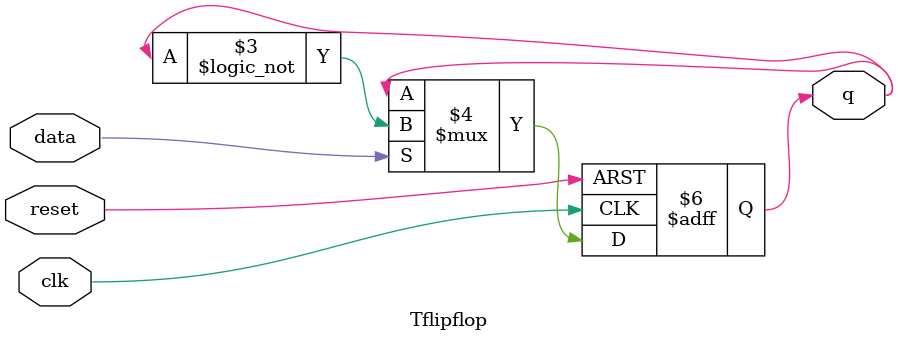
<source format=v>
module Tflipflop(data, clk, reset , q);

  input data, clk, reset ; 

  output q;
  
  reg q;

 always @ ( posedge clk or negedge reset)
  if (~reset) begin
    q <= 1'b0;
  end else if (data) begin
    q <=  ! q;
  end
  endmodule
</source>
